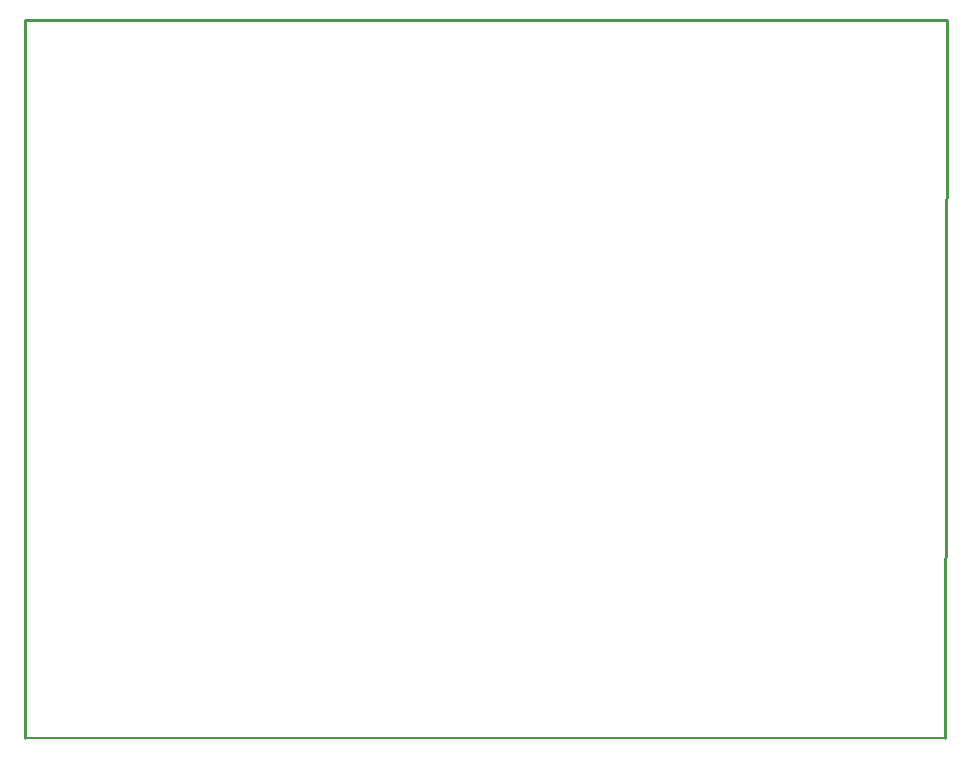
<source format=gko>
G04 Layer: BoardOutline*
G04 EasyEDA v6.4.19.4, 2021-06-14T19:23:21+03:00*
G04 c287602e535a46618d334795f056a235,b3268d441ec746f5bebdd9f8aa6dfed9,10*
G04 Gerber Generator version 0.2*
G04 Scale: 100 percent, Rotated: No, Reflected: No *
G04 Dimensions in millimeters *
G04 leading zeros omitted , absolute positions ,4 integer and 5 decimal *
%FSLAX45Y45*%
%MOMM*%

%ADD10C,0.2540*%
%ADD11C,0.2000*%
D10*
X0Y0D02*
G01*
X7800080Y0D01*
X7790179Y-6085786D01*
D11*
X-6299Y-6085786D02*
G01*
X7786784Y-6079487D01*
D10*
X-6299Y-6085786D02*
G01*
X0Y0D01*

%LPD*%
M02*

</source>
